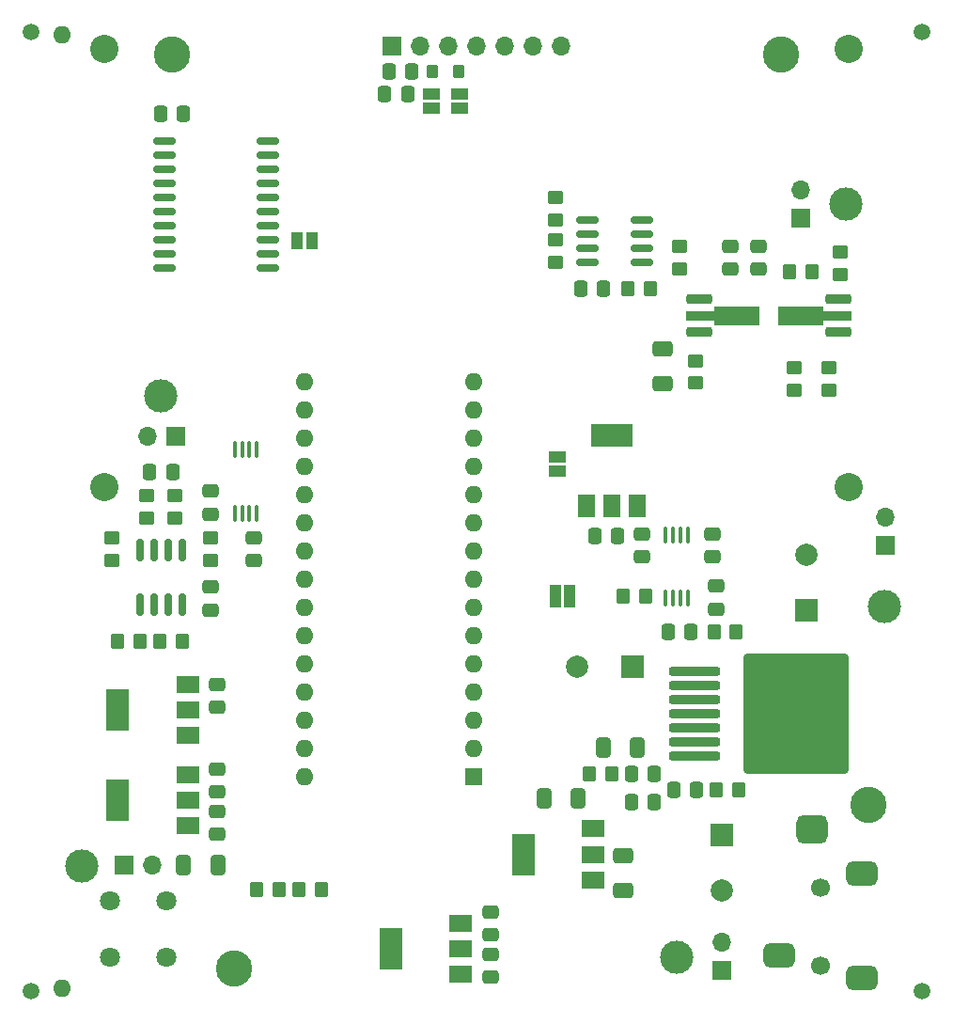
<source format=gts>
G04 #@! TF.GenerationSoftware,KiCad,Pcbnew,7.0.8*
G04 #@! TF.CreationDate,2023-10-08T14:36:17-06:00*
G04 #@! TF.ProjectId,metal detector test,6d657461-6c20-4646-9574-6563746f7220,V2*
G04 #@! TF.SameCoordinates,Original*
G04 #@! TF.FileFunction,Soldermask,Top*
G04 #@! TF.FilePolarity,Negative*
%FSLAX46Y46*%
G04 Gerber Fmt 4.6, Leading zero omitted, Abs format (unit mm)*
G04 Created by KiCad (PCBNEW 7.0.8) date 2023-10-08 14:36:17*
%MOMM*%
%LPD*%
G01*
G04 APERTURE LIST*
G04 Aperture macros list*
%AMRoundRect*
0 Rectangle with rounded corners*
0 $1 Rounding radius*
0 $2 $3 $4 $5 $6 $7 $8 $9 X,Y pos of 4 corners*
0 Add a 4 corners polygon primitive as box body*
4,1,4,$2,$3,$4,$5,$6,$7,$8,$9,$2,$3,0*
0 Add four circle primitives for the rounded corners*
1,1,$1+$1,$2,$3*
1,1,$1+$1,$4,$5*
1,1,$1+$1,$6,$7*
1,1,$1+$1,$8,$9*
0 Add four rect primitives between the rounded corners*
20,1,$1+$1,$2,$3,$4,$5,0*
20,1,$1+$1,$4,$5,$6,$7,0*
20,1,$1+$1,$6,$7,$8,$9,0*
20,1,$1+$1,$8,$9,$2,$3,0*%
%AMFreePoly0*
4,1,9,5.362500,-0.866500,1.237500,-0.866500,1.237500,-0.450000,-1.237500,-0.450000,-1.237500,0.450000,1.237500,0.450000,1.237500,0.866500,5.362500,0.866500,5.362500,-0.866500,5.362500,-0.866500,$1*%
G04 Aperture macros list end*
%ADD10RoundRect,0.250000X0.337500X0.475000X-0.337500X0.475000X-0.337500X-0.475000X0.337500X-0.475000X0*%
%ADD11O,1.600000X1.600000*%
%ADD12RoundRect,0.250000X0.350000X0.450000X-0.350000X0.450000X-0.350000X-0.450000X0.350000X-0.450000X0*%
%ADD13C,3.000000*%
%ADD14RoundRect,0.250000X-0.350000X-0.450000X0.350000X-0.450000X0.350000X0.450000X-0.350000X0.450000X0*%
%ADD15RoundRect,0.250000X0.475000X-0.337500X0.475000X0.337500X-0.475000X0.337500X-0.475000X-0.337500X0*%
%ADD16C,3.263900*%
%ADD17C,1.800000*%
%ADD18C,1.700000*%
%ADD19RoundRect,0.550000X0.850000X-0.550000X0.850000X0.550000X-0.850000X0.550000X-0.850000X-0.550000X0*%
%ADD20RoundRect,0.650000X0.750000X-0.650000X0.750000X0.650000X-0.750000X0.650000X-0.750000X-0.650000X0*%
%ADD21RoundRect,0.250000X0.450000X-0.350000X0.450000X0.350000X-0.450000X0.350000X-0.450000X-0.350000X0*%
%ADD22R,2.000000X1.500000*%
%ADD23R,2.000000X3.800000*%
%ADD24R,2.000000X2.000000*%
%ADD25C,2.000000*%
%ADD26RoundRect,0.250000X-0.337500X-0.475000X0.337500X-0.475000X0.337500X0.475000X-0.337500X0.475000X0*%
%ADD27R,1.700000X1.700000*%
%ADD28O,1.700000X1.700000*%
%ADD29RoundRect,0.250000X0.412500X0.650000X-0.412500X0.650000X-0.412500X-0.650000X0.412500X-0.650000X0*%
%ADD30R,1.500000X1.000000*%
%ADD31RoundRect,0.150000X-0.150000X0.825000X-0.150000X-0.825000X0.150000X-0.825000X0.150000X0.825000X0*%
%ADD32R,1.000000X2.032000*%
%ADD33RoundRect,0.250000X0.650000X-0.412500X0.650000X0.412500X-0.650000X0.412500X-0.650000X-0.412500X0*%
%ADD34RoundRect,0.250000X-0.475000X0.337500X-0.475000X-0.337500X0.475000X-0.337500X0.475000X0.337500X0*%
%ADD35RoundRect,0.200000X-2.100000X-0.200000X2.100000X-0.200000X2.100000X0.200000X-2.100000X0.200000X0*%
%ADD36RoundRect,0.250002X-4.449998X-5.149998X4.449998X-5.149998X4.449998X5.149998X-4.449998X5.149998X0*%
%ADD37RoundRect,0.100000X0.100000X-0.637500X0.100000X0.637500X-0.100000X0.637500X-0.100000X-0.637500X0*%
%ADD38RoundRect,0.225000X-0.925000X-0.225000X0.925000X-0.225000X0.925000X0.225000X-0.925000X0.225000X0*%
%ADD39FreePoly0,0.000000*%
%ADD40C,1.500000*%
%ADD41R,1.500000X2.000000*%
%ADD42R,3.800000X2.000000*%
%ADD43R,1.000000X1.500000*%
%ADD44RoundRect,0.250000X0.275000X0.350000X-0.275000X0.350000X-0.275000X-0.350000X0.275000X-0.350000X0*%
%ADD45R,1.600000X1.600000*%
%ADD46RoundRect,0.100000X-0.100000X0.637500X-0.100000X-0.637500X0.100000X-0.637500X0.100000X0.637500X0*%
%ADD47RoundRect,0.150000X-0.875000X-0.150000X0.875000X-0.150000X0.875000X0.150000X-0.875000X0.150000X0*%
%ADD48RoundRect,0.250000X-0.450000X0.350000X-0.450000X-0.350000X0.450000X-0.350000X0.450000X0.350000X0*%
%ADD49RoundRect,0.150000X0.825000X0.150000X-0.825000X0.150000X-0.825000X-0.150000X0.825000X-0.150000X0*%
%ADD50RoundRect,0.225000X0.925000X0.225000X-0.925000X0.225000X-0.925000X-0.225000X0.925000X-0.225000X0*%
%ADD51FreePoly0,180.000000*%
%ADD52C,2.540000*%
G04 APERTURE END LIST*
D10*
X33125500Y-6858000D03*
X35200500Y-6858000D03*
D11*
X4064000Y-1524000D03*
X4064000Y-87376000D03*
D12*
X11090000Y-56075500D03*
X9090000Y-56075500D03*
D13*
X59436000Y-84582000D03*
D14*
X51578000Y-68072000D03*
X53578000Y-68072000D03*
D15*
X64262000Y-22627500D03*
X64262000Y-20552500D03*
D16*
X19558000Y-85598000D03*
D17*
X8382000Y-79502000D03*
X13462000Y-79502000D03*
X13462000Y-84582000D03*
X8382000Y-84582000D03*
D12*
X65008000Y-69454000D03*
X63008000Y-69454000D03*
D18*
X72378000Y-85309000D03*
X72378000Y-78309000D03*
D19*
X68678000Y-84409000D03*
X76078000Y-86409000D03*
X76078000Y-77009000D03*
D20*
X71628000Y-73009000D03*
D15*
X18075000Y-69686000D03*
X18075000Y-67611000D03*
D21*
X17440000Y-48820500D03*
X17440000Y-46820500D03*
D22*
X39980000Y-86120000D03*
X39980000Y-83820000D03*
D23*
X33680000Y-83820000D03*
D22*
X39980000Y-81520000D03*
D24*
X63500000Y-73578323D03*
D25*
X63500000Y-78578323D03*
D10*
X60727500Y-55230000D03*
X58652500Y-55230000D03*
D13*
X5842000Y-76327000D03*
D26*
X55350500Y-70612000D03*
X57425500Y-70612000D03*
D22*
X15383000Y-72726500D03*
X15383000Y-70426500D03*
D23*
X9083000Y-70426500D03*
D22*
X15383000Y-68126500D03*
D26*
X12932500Y-8636000D03*
X15007500Y-8636000D03*
D10*
X57425500Y-68072000D03*
X55350500Y-68072000D03*
D16*
X76708000Y-70866000D03*
D15*
X66802000Y-22627500D03*
X66802000Y-20552500D03*
D21*
X73152000Y-33497000D03*
X73152000Y-31497000D03*
D27*
X14270000Y-37660500D03*
D28*
X11730000Y-37660500D03*
D26*
X50778500Y-24384000D03*
X52853500Y-24384000D03*
D27*
X9688000Y-76268500D03*
D28*
X12228000Y-76268500D03*
D13*
X74676000Y-16764000D03*
D22*
X15383000Y-64598500D03*
X15383000Y-62298500D03*
D23*
X9083000Y-62298500D03*
D22*
X15383000Y-59998500D03*
D15*
X42672000Y-82571500D03*
X42672000Y-80496500D03*
D29*
X18113500Y-76268500D03*
X14988500Y-76268500D03*
D14*
X69612000Y-22860000D03*
X71612000Y-22860000D03*
D24*
X71120000Y-53320077D03*
D25*
X71120000Y-48320077D03*
D30*
X48717200Y-39532800D03*
X48717200Y-40832800D03*
D21*
X74168000Y-23098000D03*
X74168000Y-21098000D03*
D31*
X14900000Y-47885500D03*
X13630000Y-47885500D03*
X12360000Y-47885500D03*
X11090000Y-47885500D03*
X11090000Y-52835500D03*
X12360000Y-52835500D03*
X13630000Y-52835500D03*
X14900000Y-52835500D03*
D21*
X48514000Y-21971000D03*
X48514000Y-19971000D03*
D32*
X49814000Y-52070000D03*
X48514000Y-52070000D03*
D15*
X21377000Y-48858000D03*
X21377000Y-46783000D03*
D30*
X39878000Y-8117600D03*
X39878000Y-6817600D03*
D33*
X54610000Y-78524500D03*
X54610000Y-75399500D03*
D29*
X55918500Y-65644000D03*
X52793500Y-65644000D03*
D12*
X56626000Y-52070000D03*
X54626000Y-52070000D03*
D22*
X51918000Y-77596000D03*
X51918000Y-75296000D03*
D23*
X45618000Y-75296000D03*
D22*
X51918000Y-72996000D03*
D14*
X21606000Y-78486000D03*
X23606000Y-78486000D03*
D10*
X14032500Y-40835500D03*
X11957500Y-40835500D03*
D34*
X18075000Y-59991000D03*
X18075000Y-62066000D03*
D35*
X61027000Y-58786000D03*
X61027000Y-60056000D03*
X61027000Y-61326000D03*
X61027000Y-62596000D03*
D36*
X70177000Y-62596000D03*
D35*
X61027000Y-63866000D03*
X61027000Y-65136000D03*
X61027000Y-66406000D03*
D37*
X19640000Y-44587000D03*
X20290000Y-44587000D03*
X20940000Y-44587000D03*
X21590000Y-44587000D03*
X21590000Y-38862000D03*
X20940000Y-38862000D03*
X20290000Y-38862000D03*
X19640000Y-38862000D03*
D15*
X17440000Y-53303000D03*
X17440000Y-51228000D03*
D10*
X54123500Y-46594000D03*
X52048500Y-46594000D03*
D29*
X50584500Y-70216000D03*
X47459500Y-70216000D03*
D38*
X61477000Y-25282000D03*
D39*
X61564500Y-26782000D03*
D38*
X61477000Y-28282000D03*
D14*
X25416000Y-78486000D03*
X27416000Y-78486000D03*
D21*
X48514000Y-18161000D03*
X48514000Y-16161000D03*
D40*
X81534000Y-1270000D03*
D27*
X63500000Y-85725000D03*
D28*
X63500000Y-83185000D03*
D41*
X51294000Y-43902000D03*
X53594000Y-43902000D03*
D42*
X53594000Y-37602000D03*
D41*
X55894000Y-43902000D03*
D21*
X61087000Y-32862000D03*
X61087000Y-30862000D03*
D43*
X26558000Y-20066000D03*
X25258000Y-20066000D03*
D16*
X13970000Y-3302000D03*
D30*
X37338000Y-8117600D03*
X37338000Y-6817600D03*
D21*
X69977000Y-33497000D03*
X69977000Y-31497000D03*
D40*
X1270000Y-87630000D03*
D12*
X14900000Y-56075500D03*
X12900000Y-56075500D03*
D44*
X39758000Y-4826000D03*
X37458000Y-4826000D03*
D45*
X41148000Y-68326000D03*
D11*
X41148000Y-65786000D03*
X41148000Y-63246000D03*
X41148000Y-60706000D03*
X41148000Y-58166000D03*
X41148000Y-55626000D03*
X41148000Y-53086000D03*
X41148000Y-50546000D03*
X41148000Y-48006000D03*
X41148000Y-45466000D03*
X41148000Y-42926000D03*
X41148000Y-40386000D03*
X41148000Y-37846000D03*
X41148000Y-35306000D03*
X41148000Y-32766000D03*
X25908000Y-32766000D03*
X25908000Y-35306000D03*
X25908000Y-37846000D03*
X25908000Y-40386000D03*
X25908000Y-42926000D03*
X25908000Y-45466000D03*
X25908000Y-48006000D03*
X25908000Y-50546000D03*
X25908000Y-53086000D03*
X25908000Y-55626000D03*
X25908000Y-58166000D03*
X25908000Y-60706000D03*
X25908000Y-63246000D03*
X25908000Y-65786000D03*
X25908000Y-68326000D03*
D27*
X70612000Y-18034000D03*
D28*
X70612000Y-15494000D03*
D21*
X59690000Y-22590000D03*
X59690000Y-20590000D03*
D46*
X60411000Y-46525500D03*
X59761000Y-46525500D03*
X59111000Y-46525500D03*
X58461000Y-46525500D03*
X58461000Y-52250500D03*
X59111000Y-52250500D03*
X59761000Y-52250500D03*
X60411000Y-52250500D03*
D47*
X13306000Y-11049000D03*
X13306000Y-12319000D03*
X13306000Y-13589000D03*
X13306000Y-14859000D03*
X13306000Y-16129000D03*
X13306000Y-17399000D03*
X13306000Y-18669000D03*
X13306000Y-19939000D03*
X13306000Y-21209000D03*
X13306000Y-22479000D03*
X22606000Y-22479000D03*
X22606000Y-21209000D03*
X22606000Y-19939000D03*
X22606000Y-18669000D03*
X22606000Y-17399000D03*
X22606000Y-16129000D03*
X22606000Y-14859000D03*
X22606000Y-13589000D03*
X22606000Y-12319000D03*
X22606000Y-11049000D03*
D34*
X62611000Y-46445500D03*
X62611000Y-48520500D03*
D48*
X14265000Y-43010500D03*
X14265000Y-45010500D03*
D40*
X81534000Y-87630000D03*
X1270000Y-1270000D03*
D15*
X42672000Y-86381500D03*
X42672000Y-84306500D03*
D49*
X56323000Y-21971000D03*
X56323000Y-20701000D03*
X56323000Y-19431000D03*
X56323000Y-18161000D03*
X51373000Y-18161000D03*
X51373000Y-19431000D03*
X51373000Y-20701000D03*
X51373000Y-21971000D03*
D48*
X11725000Y-43010500D03*
X11725000Y-45010500D03*
D16*
X68834000Y-3302000D03*
D50*
X74032000Y-28282000D03*
D51*
X73944500Y-26782000D03*
D50*
X74032000Y-25282000D03*
D27*
X78232000Y-47503000D03*
D28*
X78232000Y-44963000D03*
D48*
X8550000Y-46820500D03*
X8550000Y-48820500D03*
D15*
X17440000Y-44667000D03*
X17440000Y-42592000D03*
D26*
X59160500Y-69454000D03*
X61235500Y-69454000D03*
D15*
X56261000Y-48520500D03*
X56261000Y-46445500D03*
D12*
X64791500Y-55230000D03*
X62791500Y-55230000D03*
D13*
X78105000Y-52959000D03*
D24*
X55453677Y-58420000D03*
D25*
X50453677Y-58420000D03*
D15*
X18075000Y-73496000D03*
X18075000Y-71421000D03*
D10*
X35581500Y-4826000D03*
X33506500Y-4826000D03*
D12*
X57028500Y-24384000D03*
X55028500Y-24384000D03*
D34*
X62992000Y-51144500D03*
X62992000Y-53219500D03*
D13*
X12954000Y-34036000D03*
D33*
X58166000Y-32916500D03*
X58166000Y-29791500D03*
D52*
X74904600Y-2794000D03*
X7899400Y-2794000D03*
X74904600Y-42265600D03*
X7899400Y-42265600D03*
D27*
X33782000Y-2514600D03*
D28*
X36322000Y-2514600D03*
X38862000Y-2514600D03*
X41402000Y-2514600D03*
X43942000Y-2514600D03*
X46482000Y-2514600D03*
X49022000Y-2514600D03*
M02*

</source>
